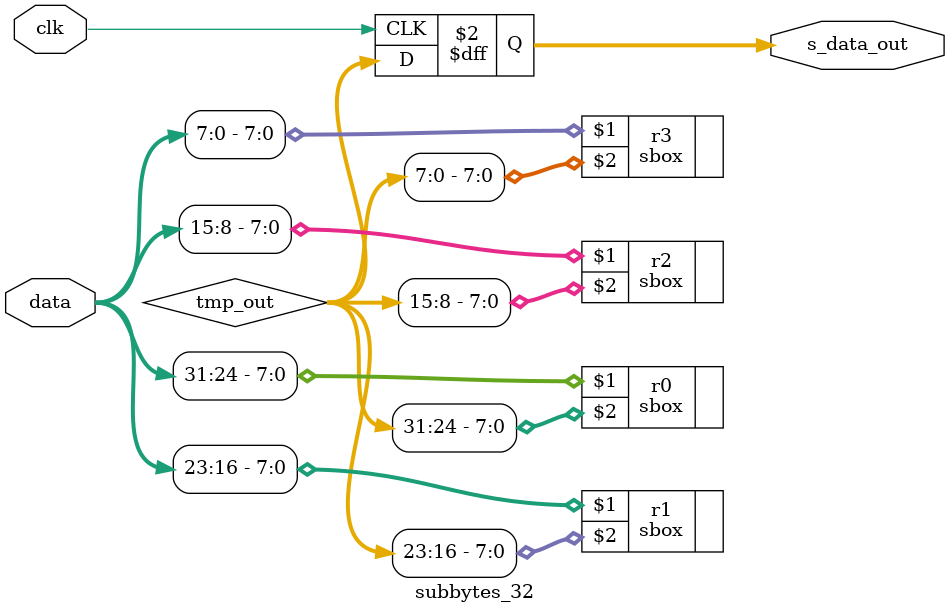
<source format=v>
`timescale 1ns / 1ns

module subbytes (
input clk,
input [31:0] cin0, cin1, cin2, cin3,
output [31:0] dout0, dout1, dout2, dout3
);

wire [31:0] c0, c1, c2, c3; 

subbytes_32 a0(clk, cin0, c0);
subbytes_32 a1(clk, cin1, c1);
subbytes_32 a2(clk, cin2, c2);
subbytes_32 a3(clk, cin3, c3);

assign dout0 = c0;
assign dout1 = c1;
assign dout2 = c2;
assign dout3 = c3;

endmodule

module subbytes_32 (clk,data,s_data_out);
input clk;
input [31:0]data;
output  reg [31:0]s_data_out;

wire [31:0] tmp_out;
	
sbox r0(data[31:24],tmp_out[31:24]);
sbox r1(data[23:16],tmp_out[23:16]);
sbox r2(data[15:8],tmp_out[15:8]);
sbox r3(data[7:0],tmp_out[7:0]);
	  
always@(posedge clk)
begin
	s_data_out = tmp_out;
end

endmodule
</source>
